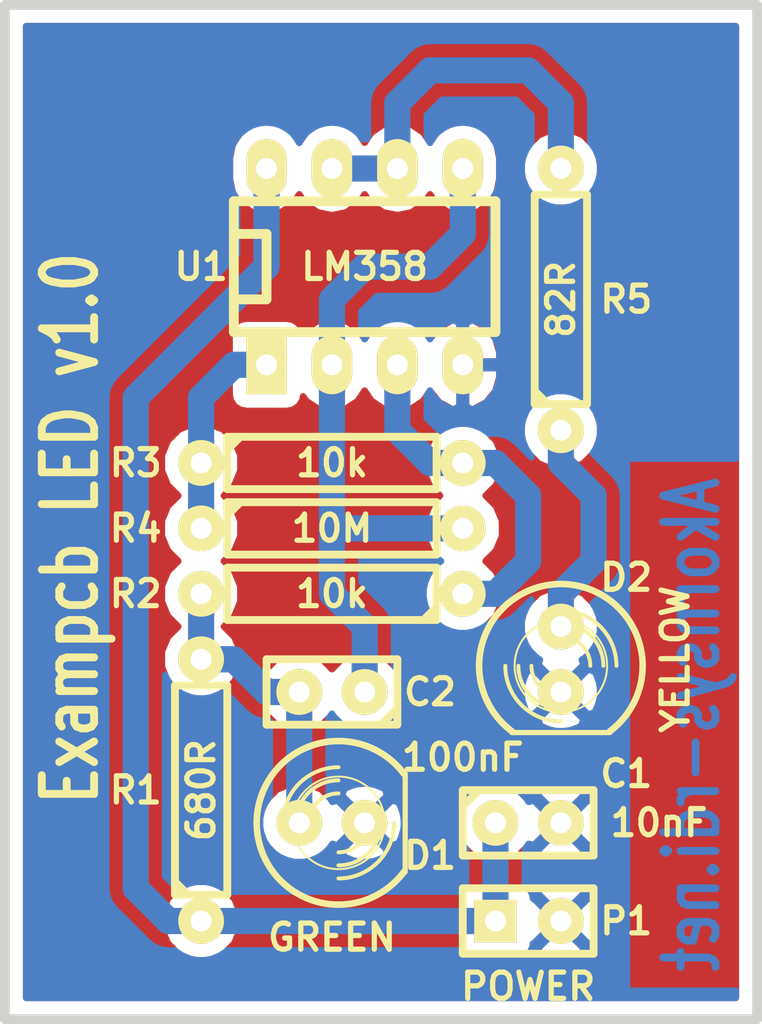
<source format=kicad_pcb>
(kicad_pcb (version 4) (host pcbnew 0.201412031631+5310~19~ubuntu14.04.1-product)

  (general
    (links 20)
    (no_connects 0)
    (area 130.619499 81.089499 160.210501 120.840501)
    (thickness 1.6002)
    (drawings 6)
    (tracks 46)
    (zones 0)
    (modules 11)
    (nets 9)
  )

  (page A4)
  (title_block
    (date "13 sep 2011")
  )

  (layers
    (0 Comp. signal)
    (31 Cobre signal)
    (32 B.Adhes user hide)
    (33 F.Adhes user hide)
    (34 B.Paste user hide)
    (35 F.Paste user hide)
    (36 B.SilkS user)
    (37 F.SilkS user)
    (38 B.Mask user)
    (39 F.Mask user)
    (40 Dwgs.User user hide)
    (41 Cmts.User user hide)
    (42 Eco1.User user hide)
    (43 Eco2.User user hide)
    (44 Edge.Cuts user)
  )

  (setup
    (last_trace_width 0.2032)
    (trace_clearance 0.254)
    (zone_clearance 0.508)
    (zone_45_only no)
    (trace_min 0.2032)
    (segment_width 0.381)
    (edge_width 0.381)
    (via_size 0.889)
    (via_drill 0.635)
    (via_min_size 0.889)
    (via_min_drill 0.508)
    (uvia_size 0.508)
    (uvia_drill 0.127)
    (uvias_allowed no)
    (uvia_min_size 0.508)
    (uvia_min_drill 0.127)
    (pcb_text_width 0.3048)
    (pcb_text_size 1.524 2.032)
    (mod_edge_width 0.381)
    (mod_text_size 1.524 1.524)
    (mod_text_width 0.3048)
    (pad_size 1.778 1.778)
    (pad_drill 0.8128)
    (pad_to_mask_clearance 0.254)
    (aux_axis_origin 0 0)
    (visible_elements FFFFFFFF)
    (pcbplotparams
      (layerselection 0x00000_00000000)
      (usegerberextensions false)
      (excludeedgelayer true)
      (linewidth 0.100000)
      (plotframeref false)
      (viasonmask false)
      (mode 1)
      (useauxorigin false)
      (hpglpennumber 1)
      (hpglpenspeed 20)
      (hpglpendiameter 15)
      (hpglpenoverlay 2)
      (psnegative false)
      (psa4output false)
      (plotreference false)
      (plotvalue false)
      (plotinvisibletext false)
      (padsonsilk false)
      (subtractmaskfromsilk false)
      (outputformat 1)
      (mirror false)
      (drillshape 0)
      (scaleselection 1)
      (outputdirectory /home/kwendenarmo/git-repos/akornsys-rdi/exampcb-led/brd/out/))
  )

  (net 0 "")
  (net 1 GND)
  (net 2 N-000001)
  (net 3 N-000003)
  (net 4 N-000004)
  (net 5 N-000005)
  (net 6 N-000006)
  (net 7 N-000007)
  (net 8 VCC)

  (net_class Default "This is the default net class."
    (clearance 0.254)
    (trace_width 0.2032)
    (via_dia 0.889)
    (via_drill 0.635)
    (uvia_dia 0.508)
    (uvia_drill 0.127)
    (add_net GND)
    (add_net N-000001)
    (add_net N-000003)
    (add_net N-000004)
    (add_net N-000005)
    (add_net N-000006)
    (add_net N-000007)
    (add_net VCC)
  )

  (module C1 (layer Comp.) (tedit 5482207B) (tstamp 4E6F6825)
    (at 143.51 107.95 180)
    (descr "Condensateur e = 1 pas")
    (tags C)
    (path /4E6F6825)
    (fp_text reference C2 (at -3.81 0 180) (layer F.SilkS)
      (effects (font (size 1.016 1.016) (thickness 0.2032)))
    )
    (fp_text value 100nF (at -5.08 -2.54 180) (layer F.SilkS)
      (effects (font (size 1.016 1.016) (thickness 0.2032)))
    )
    (fp_line (start -2.4892 -1.27) (end 2.54 -1.27) (layer F.SilkS) (width 0.3048))
    (fp_line (start 2.54 -1.27) (end 2.54 1.27) (layer F.SilkS) (width 0.3048))
    (fp_line (start 2.54 1.27) (end -2.54 1.27) (layer F.SilkS) (width 0.3048))
    (fp_line (start -2.54 1.27) (end -2.54 -1.27) (layer F.SilkS) (width 0.3048))
    (fp_line (start -2.54 -0.635) (end -1.905 -1.27) (layer F.SilkS) (width 0.3048))
    (pad 1 thru_hole circle (at -1.27 0 180) (size 1.778 1.778) (drill 0.8128) (layers *.Cu *.Mask F.SilkS)
      (net 7 N-000007))
    (pad 2 thru_hole circle (at 1.27 0 180) (size 1.778 1.778) (drill 0.8128) (layers *.Cu *.Mask F.SilkS)
      (net 3 N-000003))
    (model discret/capa_1_pas.wrl
      (at (xyz 0 0 0))
      (scale (xyz 1 1 1))
      (rotate (xyz 0 0 0))
    )
  )

  (module C1 (layer Comp.) (tedit 5482207E) (tstamp 4E6F6828)
    (at 151.13 113.03)
    (descr "Condensateur e = 1 pas")
    (tags C)
    (path /4E6F6828)
    (fp_text reference C1 (at 3.81 -1.905) (layer F.SilkS)
      (effects (font (size 1.016 1.016) (thickness 0.2032)))
    )
    (fp_text value 10nF (at 5.08 0) (layer F.SilkS)
      (effects (font (size 1.016 1.016) (thickness 0.2032)))
    )
    (fp_line (start -2.4892 -1.27) (end 2.54 -1.27) (layer F.SilkS) (width 0.3048))
    (fp_line (start 2.54 -1.27) (end 2.54 1.27) (layer F.SilkS) (width 0.3048))
    (fp_line (start 2.54 1.27) (end -2.54 1.27) (layer F.SilkS) (width 0.3048))
    (fp_line (start -2.54 1.27) (end -2.54 -1.27) (layer F.SilkS) (width 0.3048))
    (fp_line (start -2.54 -0.635) (end -1.905 -1.27) (layer F.SilkS) (width 0.3048))
    (pad 1 thru_hole circle (at -1.27 0) (size 1.778 1.778) (drill 0.8128) (layers *.Cu *.Mask F.SilkS)
      (net 8 VCC))
    (pad 2 thru_hole circle (at 1.27 0) (size 1.778 1.778) (drill 0.8128) (layers *.Cu *.Mask F.SilkS)
      (net 1 GND))
    (model discret/capa_1_pas.wrl
      (at (xyz 0 0 0))
      (scale (xyz 1 1 1))
      (rotate (xyz 0 0 0))
    )
  )

  (module DIP-8__300_ELL (layer Comp.) (tedit 548222B6) (tstamp 4E6F6887)
    (at 144.78 91.44)
    (descr "8 pins DIL package, elliptical pads")
    (tags DIL)
    (path /4E6F6887)
    (fp_text reference U1 (at -6.35 0) (layer F.SilkS)
      (effects (font (size 1.016 1.016) (thickness 0.2032)))
    )
    (fp_text value LM358 (at 0 0) (layer F.SilkS)
      (effects (font (size 1.016 1.016) (thickness 0.2032)))
    )
    (fp_line (start -5.08 -1.27) (end -3.81 -1.27) (layer F.SilkS) (width 0.381))
    (fp_line (start -3.81 -1.27) (end -3.81 1.27) (layer F.SilkS) (width 0.381))
    (fp_line (start -3.81 1.27) (end -5.08 1.27) (layer F.SilkS) (width 0.381))
    (fp_line (start -5.08 -2.54) (end 5.08 -2.54) (layer F.SilkS) (width 0.381))
    (fp_line (start 5.08 -2.54) (end 5.08 2.54) (layer F.SilkS) (width 0.381))
    (fp_line (start 5.08 2.54) (end -5.08 2.54) (layer F.SilkS) (width 0.381))
    (fp_line (start -5.08 2.54) (end -5.08 -2.54) (layer F.SilkS) (width 0.381))
    (pad 1 thru_hole rect (at -3.81 3.81) (size 1.5748 2.286) (drill 0.8128) (layers *.Cu *.Mask F.SilkS)
      (net 6 N-000006))
    (pad 2 thru_hole oval (at -1.27 3.81) (size 1.5748 2.286) (drill 0.8128) (layers *.Cu *.Mask F.SilkS)
      (net 7 N-000007))
    (pad 3 thru_hole oval (at 1.27 3.81) (size 1.5748 2.286) (drill 0.8128) (layers *.Cu *.Mask F.SilkS)
      (net 4 N-000004))
    (pad 4 thru_hole oval (at 3.81 3.81) (size 1.5748 2.286) (drill 0.8128) (layers *.Cu *.Mask F.SilkS)
      (net 1 GND))
    (pad 5 thru_hole oval (at 3.81 -3.81) (size 1.5748 2.286) (drill 0.8128) (layers *.Cu *.Mask F.SilkS)
      (net 7 N-000007) (solder_mask_margin 0.254))
    (pad 6 thru_hole oval (at 1.27 -3.81) (size 1.5748 2.286) (drill 0.8128) (layers *.Cu *.Mask F.SilkS)
      (net 2 N-000001))
    (pad 7 thru_hole oval (at -1.27 -3.81) (size 1.5748 2.286) (drill 0.8128) (layers *.Cu *.Mask F.SilkS)
      (net 2 N-000001))
    (pad 8 thru_hole oval (at -3.81 -3.81) (size 1.5748 2.286) (drill 0.8128) (layers *.Cu *.Mask F.SilkS)
      (net 8 VCC))
    (model dil/dil_8.wrl
      (at (xyz 0 0 0))
      (scale (xyz 1 1 1))
      (rotate (xyz 0 0 0))
    )
  )

  (module LED-5MM (layer Comp.) (tedit 54822079) (tstamp 4E6F6841)
    (at 152.4 106.68 270)
    (descr "LED 5mm - Lead pitch 100mil (2,54mm)")
    (tags "LED led 5mm 5MM 100mil 2,54mm")
    (path /4E6F6841)
    (attr virtual)
    (fp_text reference D2 (at -3.175 -2.54 360) (layer F.SilkS)
      (effects (font (size 1.016 1.016) (thickness 0.2032)))
    )
    (fp_text value YELLOW (at 0 -4.445 270) (layer F.SilkS)
      (effects (font (size 1.016 1.016) (thickness 0.2032)))
    )
    (fp_line (start 2.8448 1.905) (end 2.8448 -1.905) (layer F.SilkS) (width 0.2032))
    (fp_circle (center 0.254 0) (end -1.016 1.27) (layer F.SilkS) (width 0.0762))
    (fp_arc (start 0.254 0) (end 2.794 1.905) (angle 286.2) (layer F.SilkS) (width 0.254))
    (fp_arc (start 0.254 0) (end -0.889 0) (angle 90) (layer F.SilkS) (width 0.1524))
    (fp_arc (start 0.254 0) (end 1.397 0) (angle 90) (layer F.SilkS) (width 0.1524))
    (fp_arc (start 0.254 0) (end -1.397 0) (angle 90) (layer F.SilkS) (width 0.1524))
    (fp_arc (start 0.254 0) (end 1.905 0) (angle 90) (layer F.SilkS) (width 0.1524))
    (fp_arc (start 0.254 0) (end -1.905 0) (angle 90) (layer F.SilkS) (width 0.1524))
    (fp_arc (start 0.254 0) (end 2.413 0) (angle 90) (layer F.SilkS) (width 0.1524))
    (pad 1 thru_hole circle (at -1.27 0 270) (size 1.778 1.778) (drill 0.8128) (layers *.Cu *.Mask F.SilkS)
      (net 5 N-000005))
    (pad 2 thru_hole circle (at 1.27 0 270) (size 1.778 1.778) (drill 0.8128) (layers *.Cu *.Mask F.SilkS)
      (net 1 GND))
    (model discret/leds/led5_vertical_verde.wrl
      (at (xyz 0 0 0))
      (scale (xyz 1 1 1))
      (rotate (xyz 0 0 0))
    )
  )

  (module LED-5MM (layer Comp.) (tedit 54822083) (tstamp 4E6F683D)
    (at 143.51 113.03)
    (descr "LED 5mm - Lead pitch 100mil (2,54mm)")
    (tags "LED led 5mm 5MM 100mil 2,54mm")
    (path /4E6F683D)
    (attr virtual)
    (fp_text reference D1 (at 3.81 1.27) (layer F.SilkS)
      (effects (font (size 1.016 1.016) (thickness 0.2032)))
    )
    (fp_text value GREEN (at 0 4.445) (layer F.SilkS)
      (effects (font (size 1.016 1.016) (thickness 0.2032)))
    )
    (fp_line (start 2.8448 1.905) (end 2.8448 -1.905) (layer F.SilkS) (width 0.2032))
    (fp_circle (center 0.254 0) (end -1.016 1.27) (layer F.SilkS) (width 0.0762))
    (fp_arc (start 0.254 0) (end 2.794 1.905) (angle 286.2) (layer F.SilkS) (width 0.254))
    (fp_arc (start 0.254 0) (end -0.889 0) (angle 90) (layer F.SilkS) (width 0.1524))
    (fp_arc (start 0.254 0) (end 1.397 0) (angle 90) (layer F.SilkS) (width 0.1524))
    (fp_arc (start 0.254 0) (end -1.397 0) (angle 90) (layer F.SilkS) (width 0.1524))
    (fp_arc (start 0.254 0) (end 1.905 0) (angle 90) (layer F.SilkS) (width 0.1524))
    (fp_arc (start 0.254 0) (end -1.905 0) (angle 90) (layer F.SilkS) (width 0.1524))
    (fp_arc (start 0.254 0) (end 2.413 0) (angle 90) (layer F.SilkS) (width 0.1524))
    (pad 1 thru_hole circle (at -1.27 0) (size 1.778 1.778) (drill 0.8128) (layers *.Cu *.Mask F.SilkS)
      (net 3 N-000003))
    (pad 2 thru_hole circle (at 1.27 0) (size 1.778 1.778) (drill 0.8128) (layers *.Cu *.Mask F.SilkS)
      (net 1 GND))
    (model discret/leds/led5_vertical_verde.wrl
      (at (xyz 0 0 0))
      (scale (xyz 1 1 1))
      (rotate (xyz 0 0 0))
    )
  )

  (module R4 (layer Comp.) (tedit 54822CF2) (tstamp 4E6F681C)
    (at 152.4 92.71 90)
    (descr "Resitance 4 pas")
    (tags R)
    (path /4E6F681C)
    (autoplace_cost180 10)
    (fp_text reference R5 (at 0 2.54 180) (layer F.SilkS)
      (effects (font (size 1.016 1.016) (thickness 0.2032)))
    )
    (fp_text value 82R (at 0 0 90) (layer F.SilkS)
      (effects (font (size 1.016 1.016) (thickness 0.2032)))
    )
    (fp_line (start -5.08 0) (end -4.064 0) (layer F.SilkS) (width 0.3048))
    (fp_line (start -4.064 0) (end -4.064 -1.016) (layer F.SilkS) (width 0.3048))
    (fp_line (start -4.064 -1.016) (end 4.064 -1.016) (layer F.SilkS) (width 0.3048))
    (fp_line (start 4.064 -1.016) (end 4.064 1.016) (layer F.SilkS) (width 0.3048))
    (fp_line (start 4.064 1.016) (end -4.064 1.016) (layer F.SilkS) (width 0.3048))
    (fp_line (start -4.064 1.016) (end -4.064 0) (layer F.SilkS) (width 0.3048))
    (fp_line (start -4.064 -0.508) (end -3.556 -1.016) (layer F.SilkS) (width 0.3048))
    (fp_line (start 5.08 0) (end 4.064 0) (layer F.SilkS) (width 0.3048))
    (pad 1 thru_hole circle (at -5.08 0 90) (size 1.778 1.778) (drill 0.8128) (layers *.Cu *.Mask F.SilkS)
      (net 5 N-000005))
    (pad 2 thru_hole circle (at 5.08 0 90) (size 1.778 1.778) (drill 0.8128) (layers *.Cu *.Mask F.SilkS)
      (net 2 N-000001))
    (model discret/resistor.wrl
      (at (xyz 0 0 0))
      (scale (xyz 0.4 0.4 0.4))
      (rotate (xyz 0 0 0))
    )
  )

  (module R4 (layer Comp.) (tedit 54822073) (tstamp 4E6F6814)
    (at 143.51 101.6)
    (descr "Resitance 4 pas")
    (tags R)
    (path /4E6F6814)
    (autoplace_cost180 10)
    (fp_text reference R4 (at -7.62 0) (layer F.SilkS)
      (effects (font (size 1.016 1.016) (thickness 0.2032)))
    )
    (fp_text value 10M (at 0 0) (layer F.SilkS)
      (effects (font (size 1.016 1.016) (thickness 0.2032)))
    )
    (fp_line (start -5.08 0) (end -4.064 0) (layer F.SilkS) (width 0.3048))
    (fp_line (start -4.064 0) (end -4.064 -1.016) (layer F.SilkS) (width 0.3048))
    (fp_line (start -4.064 -1.016) (end 4.064 -1.016) (layer F.SilkS) (width 0.3048))
    (fp_line (start 4.064 -1.016) (end 4.064 1.016) (layer F.SilkS) (width 0.3048))
    (fp_line (start 4.064 1.016) (end -4.064 1.016) (layer F.SilkS) (width 0.3048))
    (fp_line (start -4.064 1.016) (end -4.064 0) (layer F.SilkS) (width 0.3048))
    (fp_line (start -4.064 -0.508) (end -3.556 -1.016) (layer F.SilkS) (width 0.3048))
    (fp_line (start 5.08 0) (end 4.064 0) (layer F.SilkS) (width 0.3048))
    (pad 1 thru_hole circle (at -5.08 0) (size 1.778 1.778) (drill 0.8128) (layers *.Cu *.Mask F.SilkS)
      (net 6 N-000006))
    (pad 2 thru_hole circle (at 5.08 0) (size 1.778 1.778) (drill 0.8128) (layers *.Cu *.Mask F.SilkS)
      (net 7 N-000007))
    (model discret/resistor.wrl
      (at (xyz 0 0 0))
      (scale (xyz 0.4 0.4 0.4))
      (rotate (xyz 0 0 0))
    )
  )

  (module R4 (layer Comp.) (tedit 54822070) (tstamp 4E6F6816)
    (at 143.51 99.06)
    (descr "Resitance 4 pas")
    (tags R)
    (path /4E6F6816)
    (autoplace_cost180 10)
    (fp_text reference R3 (at -7.62 0) (layer F.SilkS)
      (effects (font (size 1.016 1.016) (thickness 0.2032)))
    )
    (fp_text value 10k (at 0 0) (layer F.SilkS)
      (effects (font (size 1.016 1.016) (thickness 0.2032)))
    )
    (fp_line (start -5.08 0) (end -4.064 0) (layer F.SilkS) (width 0.3048))
    (fp_line (start -4.064 0) (end -4.064 -1.016) (layer F.SilkS) (width 0.3048))
    (fp_line (start -4.064 -1.016) (end 4.064 -1.016) (layer F.SilkS) (width 0.3048))
    (fp_line (start 4.064 -1.016) (end 4.064 1.016) (layer F.SilkS) (width 0.3048))
    (fp_line (start 4.064 1.016) (end -4.064 1.016) (layer F.SilkS) (width 0.3048))
    (fp_line (start -4.064 1.016) (end -4.064 0) (layer F.SilkS) (width 0.3048))
    (fp_line (start -4.064 -0.508) (end -3.556 -1.016) (layer F.SilkS) (width 0.3048))
    (fp_line (start 5.08 0) (end 4.064 0) (layer F.SilkS) (width 0.3048))
    (pad 1 thru_hole circle (at -5.08 0) (size 1.778 1.778) (drill 0.8128) (layers *.Cu *.Mask F.SilkS)
      (net 6 N-000006))
    (pad 2 thru_hole circle (at 5.08 0) (size 1.778 1.778) (drill 0.8128) (layers *.Cu *.Mask F.SilkS)
      (net 4 N-000004))
    (model discret/resistor.wrl
      (at (xyz 0 0 0))
      (scale (xyz 0.4 0.4 0.4))
      (rotate (xyz 0 0 0))
    )
  )

  (module R4 (layer Comp.) (tedit 54822076) (tstamp 4E6F680F)
    (at 143.51 104.14 180)
    (descr "Resitance 4 pas")
    (tags R)
    (path /4E6F680F)
    (autoplace_cost180 10)
    (fp_text reference R2 (at 7.62 0 180) (layer F.SilkS)
      (effects (font (size 1.016 1.016) (thickness 0.2032)))
    )
    (fp_text value 10k (at 0 0 180) (layer F.SilkS)
      (effects (font (size 1.016 1.016) (thickness 0.2032)))
    )
    (fp_line (start -5.08 0) (end -4.064 0) (layer F.SilkS) (width 0.3048))
    (fp_line (start -4.064 0) (end -4.064 -1.016) (layer F.SilkS) (width 0.3048))
    (fp_line (start -4.064 -1.016) (end 4.064 -1.016) (layer F.SilkS) (width 0.3048))
    (fp_line (start 4.064 -1.016) (end 4.064 1.016) (layer F.SilkS) (width 0.3048))
    (fp_line (start 4.064 1.016) (end -4.064 1.016) (layer F.SilkS) (width 0.3048))
    (fp_line (start -4.064 1.016) (end -4.064 0) (layer F.SilkS) (width 0.3048))
    (fp_line (start -4.064 -0.508) (end -3.556 -1.016) (layer F.SilkS) (width 0.3048))
    (fp_line (start 5.08 0) (end 4.064 0) (layer F.SilkS) (width 0.3048))
    (pad 1 thru_hole circle (at -5.08 0 180) (size 1.778 1.778) (drill 0.8128) (layers *.Cu *.Mask F.SilkS)
      (net 4 N-000004))
    (pad 2 thru_hole circle (at 5.08 0 180) (size 1.778 1.778) (drill 0.8128) (layers *.Cu *.Mask F.SilkS)
      (net 3 N-000003))
    (model discret/resistor.wrl
      (at (xyz 0 0 0))
      (scale (xyz 0.4 0.4 0.4))
      (rotate (xyz 0 0 0))
    )
  )

  (module R4 (layer Comp.) (tedit 54822086) (tstamp 4E6F681A)
    (at 138.43 111.76 90)
    (descr "Resitance 4 pas")
    (tags R)
    (path /4E6F681A)
    (autoplace_cost180 10)
    (fp_text reference R1 (at 0 -2.54 180) (layer F.SilkS)
      (effects (font (size 1.016 1.016) (thickness 0.2032)))
    )
    (fp_text value 680R (at 0 0 90) (layer F.SilkS)
      (effects (font (size 1.016 1.016) (thickness 0.2032)))
    )
    (fp_line (start -5.08 0) (end -4.064 0) (layer F.SilkS) (width 0.3048))
    (fp_line (start -4.064 0) (end -4.064 -1.016) (layer F.SilkS) (width 0.3048))
    (fp_line (start -4.064 -1.016) (end 4.064 -1.016) (layer F.SilkS) (width 0.3048))
    (fp_line (start 4.064 -1.016) (end 4.064 1.016) (layer F.SilkS) (width 0.3048))
    (fp_line (start 4.064 1.016) (end -4.064 1.016) (layer F.SilkS) (width 0.3048))
    (fp_line (start -4.064 1.016) (end -4.064 0) (layer F.SilkS) (width 0.3048))
    (fp_line (start -4.064 -0.508) (end -3.556 -1.016) (layer F.SilkS) (width 0.3048))
    (fp_line (start 5.08 0) (end 4.064 0) (layer F.SilkS) (width 0.3048))
    (pad 1 thru_hole circle (at -5.08 0 90) (size 1.778 1.778) (drill 0.8128) (layers *.Cu *.Mask F.SilkS)
      (net 8 VCC))
    (pad 2 thru_hole circle (at 5.08 0 90) (size 1.778 1.778) (drill 0.8128) (layers *.Cu *.Mask F.SilkS)
      (net 3 N-000003))
    (model discret/resistor.wrl
      (at (xyz 0 0 0))
      (scale (xyz 0.4 0.4 0.4))
      (rotate (xyz 0 0 0))
    )
  )

  (module SIL-2 (layer Comp.) (tedit 54822081) (tstamp 4E6F6831)
    (at 151.13 116.84)
    (descr "Connecteurs 2 pins")
    (tags "CONN DEV")
    (path /4E6F6831)
    (fp_text reference P1 (at 3.81 0) (layer F.SilkS)
      (effects (font (size 1.016 1.016) (thickness 0.2032)))
    )
    (fp_text value POWER (at 0 2.54) (layer F.SilkS)
      (effects (font (size 1.016 1.016) (thickness 0.2032)))
    )
    (fp_line (start -2.54 1.27) (end -2.54 -1.27) (layer F.SilkS) (width 0.3048))
    (fp_line (start -2.54 -1.27) (end 2.54 -1.27) (layer F.SilkS) (width 0.3048))
    (fp_line (start 2.54 -1.27) (end 2.54 1.27) (layer F.SilkS) (width 0.3048))
    (fp_line (start 2.54 1.27) (end -2.54 1.27) (layer F.SilkS) (width 0.3048))
    (pad 1 thru_hole rect (at -1.27 0) (size 1.651 1.651) (drill 0.8128) (layers *.Cu *.Mask F.SilkS)
      (net 8 VCC))
    (pad 2 thru_hole circle (at 1.27 0) (size 1.778 1.778) (drill 0.8128) (layers *.Cu *.Mask F.SilkS)
      (net 1 GND))
  )

  (gr_text "Exampcb LED v1.0" (at 133.35 101.6 90) (layer F.SilkS)
    (effects (font (size 2.032 1.524) (thickness 0.3048)))
  )
  (gr_line (start 130.81 81.28) (end 160.02 81.28) (angle 90) (layer Edge.Cuts) (width 0.381))
  (gr_line (start 130.81 120.65) (end 160.02 120.65) (angle 90) (layer Edge.Cuts) (width 0.381))
  (gr_text Akornsys-rdi.net (at 157.48 109.22 90) (layer Cobre)
    (effects (font (size 2.032 1.524) (thickness 0.3048)) (justify mirror))
  )
  (gr_line (start 130.81 120.65) (end 130.81 81.28) (angle 90) (layer Edge.Cuts) (width 0.381))
  (gr_line (start 160.02 81.28) (end 160.02 120.65) (angle 90) (layer Edge.Cuts) (width 0.381))

  (segment (start 152.4 85.09) (end 152.4 87.63) (width 1.016) (layer Cobre) (net 2) (status 400))
  (segment (start 146.05 87.63) (end 146.05 85.09) (width 1.016) (layer Cobre) (net 2) (status 800))
  (segment (start 147.32 83.82) (end 151.13 83.82) (width 1.016) (layer Cobre) (net 2))
  (segment (start 146.05 85.09) (end 147.32 83.82) (width 1.016) (layer Cobre) (net 2))
  (segment (start 143.51 87.63) (end 146.05 87.63) (width 1.016) (layer Cobre) (net 2) (status C00))
  (segment (start 151.13 83.82) (end 152.4 85.09) (width 1.016) (layer Cobre) (net 2))
  (segment (start 140.97 107.95) (end 139.7 106.68) (width 1.016) (layer Cobre) (net 3))
  (segment (start 142.24 113.03) (end 142.24 107.95) (width 1.016) (layer Cobre) (net 3) (status C00))
  (segment (start 138.43 106.68) (end 139.7 106.68) (width 1.016) (layer Cobre) (net 3) (status 800))
  (segment (start 139.7 106.68) (end 138.43 106.68) (width 1.016) (layer Cobre) (net 3) (status 400))
  (segment (start 142.24 107.95) (end 140.97 107.95) (width 1.016) (layer Cobre) (net 3) (status 800))
  (segment (start 138.43 104.14) (end 138.43 106.68) (width 1.016) (layer Cobre) (net 3) (status C00))
  (segment (start 149.86 104.14) (end 148.59 104.14) (width 1.016) (layer Cobre) (net 4) (status 400))
  (segment (start 151.13 100.33) (end 151.13 102.87) (width 1.016) (layer Cobre) (net 4))
  (segment (start 149.86 99.06) (end 151.13 100.33) (width 1.016) (layer Cobre) (net 4))
  (segment (start 148.59 99.06) (end 149.86 99.06) (width 1.016) (layer Cobre) (net 4) (status 800))
  (segment (start 146.05 97.79) (end 147.32 99.06) (width 1.016) (layer Cobre) (net 4))
  (segment (start 147.32 99.06) (end 148.59 99.06) (width 1.016) (layer Cobre) (net 4) (status 400))
  (segment (start 146.05 95.25) (end 146.05 97.79) (width 1.016) (layer Cobre) (net 4) (status 800))
  (segment (start 151.13 102.87) (end 149.86 104.14) (width 1.016) (layer Cobre) (net 4))
  (segment (start 152.4 105.41) (end 152.4 104.14) (width 1.016) (layer Cobre) (net 5) (status 800))
  (segment (start 152.4 99.06) (end 152.4 97.79) (width 1.016) (layer Cobre) (net 5) (status 400))
  (segment (start 153.67 100.33) (end 152.4 99.06) (width 1.016) (layer Cobre) (net 5))
  (segment (start 153.67 102.87) (end 153.67 100.33) (width 1.016) (layer Cobre) (net 5))
  (segment (start 152.4 104.14) (end 153.67 102.87) (width 1.016) (layer Cobre) (net 5))
  (segment (start 140.97 95.25) (end 139.7 95.25) (width 1.016) (layer Cobre) (net 6) (status 800))
  (segment (start 138.43 96.52) (end 138.43 99.06) (width 1.016) (layer Cobre) (net 6) (status 400))
  (segment (start 139.7 95.25) (end 138.43 96.52) (width 1.016) (layer Cobre) (net 6))
  (segment (start 138.43 101.6) (end 138.43 99.06) (width 1.016) (layer Cobre) (net 6) (status C00))
  (segment (start 144.78 91.44) (end 147.32 91.44) (width 1.016) (layer Cobre) (net 7))
  (segment (start 143.51 104.14) (end 143.51 101.6) (width 1.016) (layer Cobre) (net 7))
  (segment (start 144.78 105.41) (end 143.51 104.14) (width 1.016) (layer Cobre) (net 7))
  (segment (start 148.59 101.6) (end 143.51 101.6) (width 1.016) (layer Cobre) (net 7) (status 800))
  (segment (start 143.51 101.6) (end 143.51 95.25) (width 1.016) (layer Cobre) (net 7) (status 400))
  (segment (start 143.51 95.25) (end 143.51 92.71) (width 1.016) (layer Cobre) (net 7) (status 800))
  (segment (start 148.59 90.17) (end 148.59 87.63) (width 1.016) (layer Cobre) (net 7) (status 400))
  (segment (start 143.51 92.71) (end 144.78 91.44) (width 1.016) (layer Cobre) (net 7))
  (segment (start 144.78 107.95) (end 144.78 105.41) (width 1.016) (layer Cobre) (net 7) (status 800))
  (segment (start 147.32 91.44) (end 148.59 90.17) (width 1.016) (layer Cobre) (net 7))
  (segment (start 135.89 96.52) (end 140.97 91.44) (width 1.016) (layer Cobre) (net 8))
  (segment (start 135.89 115.57) (end 135.89 96.52) (width 1.016) (layer Cobre) (net 8))
  (segment (start 137.16 116.84) (end 135.89 115.57) (width 1.016) (layer Cobre) (net 8))
  (segment (start 138.43 116.84) (end 149.86 116.84) (width 1.016) (layer Cobre) (net 8) (status C00))
  (segment (start 149.86 116.84) (end 149.86 113.03) (width 1.016) (layer Cobre) (net 8) (status C00))
  (segment (start 138.43 116.84) (end 137.16 116.84) (width 1.016) (layer Cobre) (net 8) (status 800))
  (segment (start 140.97 91.44) (end 140.97 87.63) (width 1.016) (layer Cobre) (net 8) (status 400))

  (zone (net 1) (net_name GND) (layer Cobre) (tstamp 54821F65) (hatch edge 0.508)
    (connect_pads (clearance 0.508))
    (min_thickness 0.254)
    (fill yes (arc_segments 32) (thermal_gap 0.508) (thermal_bridge_width 0.508))
    (polygon
      (pts
        (xy 160.02 81.28) (xy 130.81 81.28) (xy 130.81 120.65) (xy 160.02 120.65)
      )
    )
    (filled_polygon
      (pts
        (xy 159.1945 119.8245) (xy 154.813 119.8245) (xy 154.813 102.87) (xy 154.813 100.33) (xy 154.802694 100.224894)
        (xy 154.793495 100.119743) (xy 154.791818 100.113972) (xy 154.791232 100.10799) (xy 154.760727 100.006954) (xy 154.73126 99.905526)
        (xy 154.728491 99.900184) (xy 154.726756 99.894437) (xy 154.677206 99.801247) (xy 154.6286 99.707477) (xy 154.624851 99.702781)
        (xy 154.622029 99.697473) (xy 154.555305 99.615661) (xy 154.489429 99.53314) (xy 154.481177 99.524773) (xy 154.481039 99.524603)
        (xy 154.480881 99.524472) (xy 154.478223 99.521777) (xy 153.636937 98.680491) (xy 153.731522 98.54641) (xy 153.853084 98.273377)
        (xy 153.919299 97.981932) (xy 153.924065 97.640564) (xy 153.866014 97.347384) (xy 153.752123 97.071063) (xy 153.58673 96.822127)
        (xy 153.376135 96.610056) (xy 153.128359 96.442929) (xy 152.85284 96.327112) (xy 152.560072 96.267015) (xy 152.261208 96.264929)
        (xy 151.96763 96.320932) (xy 151.69052 96.432891) (xy 151.440435 96.596542) (xy 151.226899 96.805652) (xy 151.058047 97.052255)
        (xy 150.940309 97.326959) (xy 150.87817 97.619299) (xy 150.873997 97.918142) (xy 150.927949 98.212104) (xy 151.037971 98.489988)
        (xy 151.199872 98.74121) (xy 151.257 98.800367) (xy 151.257 98.840554) (xy 150.668223 98.251777) (xy 150.586606 98.184736)
        (xy 150.505757 98.116895) (xy 150.500492 98.114001) (xy 150.495846 98.110184) (xy 150.402791 98.060288) (xy 150.310276 98.009428)
        (xy 150.304544 98.007609) (xy 150.29925 98.004771) (xy 150.198321 97.973913) (xy 150.097643 97.941977) (xy 150.091668 97.941306)
        (xy 150.085922 97.93955) (xy 150.0124 97.932081) (xy 150.0124 95.7326) (xy 150.0124 95.377) (xy 150.0124 95.123)
        (xy 150.0124 94.7674) (xy 149.960293 94.492344) (xy 149.855526 94.232738) (xy 149.702125 93.99856) (xy 149.505986 93.798808)
        (xy 149.274646 93.641159) (xy 149.016996 93.531672) (xy 148.93706 93.51499) (xy 148.717 93.637148) (xy 148.717 95.123)
        (xy 150.0124 95.123) (xy 150.0124 95.377) (xy 148.717 95.377) (xy 148.717 96.862852) (xy 148.93706 96.98501)
        (xy 149.016996 96.968328) (xy 149.274646 96.858841) (xy 149.505986 96.701192) (xy 149.702125 96.50144) (xy 149.855526 96.267262)
        (xy 149.960293 96.007656) (xy 150.0124 95.7326) (xy 150.0124 97.932081) (xy 149.980921 97.928884) (xy 149.875959 97.917111)
        (xy 149.864208 97.917029) (xy 149.863989 97.917007) (xy 149.863784 97.917026) (xy 149.86 97.917) (xy 149.602821 97.917)
        (xy 149.566135 97.880056) (xy 149.318359 97.712929) (xy 149.04284 97.597112) (xy 148.750072 97.537015) (xy 148.451208 97.534929)
        (xy 148.15763 97.590932) (xy 147.88052 97.702891) (xy 147.698468 97.822022) (xy 147.193 97.316554) (xy 147.193 96.454328)
        (xy 147.223641 96.417812) (xy 147.316825 96.24831) (xy 147.324474 96.267262) (xy 147.477875 96.50144) (xy 147.674014 96.701192)
        (xy 147.905354 96.858841) (xy 148.163004 96.968328) (xy 148.24294 96.98501) (xy 148.463 96.862852) (xy 148.463 95.377)
        (xy 148.443 95.377) (xy 148.443 95.123) (xy 148.463 95.123) (xy 148.463 93.637148) (xy 148.24294 93.51499)
        (xy 148.163004 93.531672) (xy 147.905354 93.641159) (xy 147.674014 93.798808) (xy 147.477875 93.99856) (xy 147.324474 94.232738)
        (xy 147.31652 94.252446) (xy 147.234747 94.098653) (xy 147.059293 93.883525) (xy 146.845396 93.706574) (xy 146.601202 93.574539)
        (xy 146.336013 93.492449) (xy 146.05993 93.463432) (xy 145.783469 93.488592) (xy 145.51716 93.566971) (xy 145.271146 93.695583)
        (xy 145.054799 93.869531) (xy 144.876359 94.082188) (xy 144.779587 94.258214) (xy 144.694747 94.098653) (xy 144.653 94.047466)
        (xy 144.653 93.183446) (xy 145.253446 92.583) (xy 147.32 92.583) (xy 147.425105 92.572694) (xy 147.530257 92.563495)
        (xy 147.536027 92.561818) (xy 147.54201 92.561232) (xy 147.643058 92.530723) (xy 147.744473 92.50126) (xy 147.749812 92.498492)
        (xy 147.755563 92.496756) (xy 147.848731 92.447217) (xy 147.942523 92.398601) (xy 147.947222 92.394849) (xy 147.952527 92.392029)
        (xy 148.03431 92.325327) (xy 148.11686 92.259429) (xy 148.125226 92.251177) (xy 148.125397 92.251039) (xy 148.125527 92.250881)
        (xy 148.128223 92.248223) (xy 149.398223 90.978223) (xy 149.465241 90.896633) (xy 149.533105 90.815757) (xy 149.536 90.810489)
        (xy 149.539815 90.805846) (xy 149.589689 90.71283) (xy 149.640572 90.620276) (xy 149.64239 90.614544) (xy 149.645229 90.60925)
        (xy 149.676086 90.508321) (xy 149.708023 90.407643) (xy 149.708693 90.401668) (xy 149.71045 90.395922) (xy 149.721116 90.290916)
        (xy 149.732889 90.185959) (xy 149.73297 90.174209) (xy 149.732993 90.17399) (xy 149.732973 90.173785) (xy 149.733 90.17)
        (xy 149.733 88.834328) (xy 149.763641 88.797812) (xy 149.897378 88.554546) (xy 149.981317 88.289937) (xy 150.012261 88.014063)
        (xy 150.0124 87.994203) (xy 150.0124 87.265797) (xy 149.985311 86.989518) (xy 149.905074 86.723762) (xy 149.774747 86.478653)
        (xy 149.599293 86.263525) (xy 149.385396 86.086574) (xy 149.141202 85.954539) (xy 148.876013 85.872449) (xy 148.59993 85.843432)
        (xy 148.323469 85.868592) (xy 148.05716 85.946971) (xy 147.811146 86.075583) (xy 147.594799 86.249531) (xy 147.416359 86.462188)
        (xy 147.319587 86.638214) (xy 147.234747 86.478653) (xy 147.193 86.427466) (xy 147.193 85.563446) (xy 147.793446 84.963)
        (xy 150.656554 84.963) (xy 151.257 85.563446) (xy 151.257 86.616174) (xy 151.226899 86.645652) (xy 151.058047 86.892255)
        (xy 150.940309 87.166959) (xy 150.87817 87.459299) (xy 150.873997 87.758142) (xy 150.927949 88.052104) (xy 151.037971 88.329988)
        (xy 151.199872 88.58121) (xy 151.407486 88.7962) (xy 151.652904 88.96677) (xy 151.926779 89.086423) (xy 152.218679 89.150602)
        (xy 152.517486 89.156861) (xy 152.811817 89.104962) (xy 153.090462 88.996883) (xy 153.342808 88.836739) (xy 153.559243 88.630631)
        (xy 153.731522 88.38641) (xy 153.853084 88.113377) (xy 153.919299 87.821932) (xy 153.924065 87.480564) (xy 153.866014 87.187384)
        (xy 153.752123 86.911063) (xy 153.58673 86.662127) (xy 153.543 86.61809) (xy 153.543 85.09) (xy 153.532694 84.984894)
        (xy 153.523495 84.879743) (xy 153.521818 84.873972) (xy 153.521232 84.86799) (xy 153.490727 84.766954) (xy 153.46126 84.665526)
        (xy 153.458491 84.660184) (xy 153.456756 84.654437) (xy 153.407206 84.561247) (xy 153.3586 84.467477) (xy 153.354851 84.462781)
        (xy 153.352029 84.457473) (xy 153.285305 84.375661) (xy 153.219429 84.29314) (xy 153.211177 84.284773) (xy 153.211039 84.284603)
        (xy 153.210881 84.284472) (xy 153.208223 84.281777) (xy 151.938223 83.011777) (xy 151.856606 82.944736) (xy 151.775757 82.876895)
        (xy 151.770492 82.874001) (xy 151.765846 82.870184) (xy 151.672791 82.820288) (xy 151.580276 82.769428) (xy 151.574544 82.767609)
        (xy 151.56925 82.764771) (xy 151.468321 82.733913) (xy 151.367643 82.701977) (xy 151.361668 82.701306) (xy 151.355922 82.69955)
        (xy 151.250921 82.688884) (xy 151.145959 82.677111) (xy 151.134208 82.677029) (xy 151.133989 82.677007) (xy 151.133784 82.677026)
        (xy 151.13 82.677) (xy 147.32 82.677) (xy 147.214894 82.687305) (xy 147.109743 82.696505) (xy 147.103972 82.698181)
        (xy 147.09799 82.698768) (xy 146.996954 82.729272) (xy 146.895526 82.75874) (xy 146.890184 82.761508) (xy 146.884437 82.763244)
        (xy 146.791247 82.812793) (xy 146.697477 82.8614) (xy 146.692781 82.865148) (xy 146.687473 82.867971) (xy 146.605661 82.934694)
        (xy 146.52314 83.000571) (xy 146.514773 83.008822) (xy 146.514603 83.008961) (xy 146.514472 83.009118) (xy 146.511777 83.011777)
        (xy 145.241777 84.281777) (xy 145.174736 84.363393) (xy 145.106895 84.444243) (xy 145.104001 84.449507) (xy 145.100184 84.454154)
        (xy 145.050288 84.547208) (xy 144.999428 84.639724) (xy 144.997609 84.645455) (xy 144.994771 84.65075) (xy 144.963913 84.751678)
        (xy 144.931977 84.852357) (xy 144.931306 84.858331) (xy 144.92955 84.864078) (xy 144.918884 84.969078) (xy 144.907111 85.074041)
        (xy 144.907029 85.085791) (xy 144.907007 85.086011) (xy 144.907026 85.086215) (xy 144.907 85.09) (xy 144.907 86.425671)
        (xy 144.876359 86.462188) (xy 144.862718 86.487) (xy 144.699185 86.487) (xy 144.694747 86.478653) (xy 144.519293 86.263525)
        (xy 144.305396 86.086574) (xy 144.061202 85.954539) (xy 143.796013 85.872449) (xy 143.51993 85.843432) (xy 143.243469 85.868592)
        (xy 142.97716 85.946971) (xy 142.731146 86.075583) (xy 142.514799 86.249531) (xy 142.336359 86.462188) (xy 142.239587 86.638214)
        (xy 142.154747 86.478653) (xy 141.979293 86.263525) (xy 141.765396 86.086574) (xy 141.521202 85.954539) (xy 141.256013 85.872449)
        (xy 140.97993 85.843432) (xy 140.703469 85.868592) (xy 140.43716 85.946971) (xy 140.191146 86.075583) (xy 139.974799 86.249531)
        (xy 139.796359 86.462188) (xy 139.662622 86.705454) (xy 139.578683 86.970063) (xy 139.547739 87.245937) (xy 139.5476 87.265797)
        (xy 139.5476 87.994203) (xy 139.574689 88.270482) (xy 139.654926 88.536238) (xy 139.785253 88.781347) (xy 139.827 88.832533)
        (xy 139.827 90.966554) (xy 135.081777 95.711777) (xy 135.014736 95.793393) (xy 134.946895 95.874243) (xy 134.944001 95.879507)
        (xy 134.940184 95.884154) (xy 134.890288 95.977208) (xy 134.839428 96.069724) (xy 134.837609 96.075455) (xy 134.834771 96.08075)
        (xy 134.803913 96.181678) (xy 134.771977 96.282357) (xy 134.771306 96.288331) (xy 134.76955 96.294078) (xy 134.758884 96.399078)
        (xy 134.747111 96.504041) (xy 134.747029 96.515791) (xy 134.747007 96.516011) (xy 134.747026 96.516215) (xy 134.747 96.52)
        (xy 134.747 115.57) (xy 134.757305 115.675105) (xy 134.766505 115.780257) (xy 134.768181 115.786027) (xy 134.768768 115.79201)
        (xy 134.799276 115.893058) (xy 134.82874 115.994473) (xy 134.831507 115.999812) (xy 134.833244 116.005563) (xy 134.882782 116.098731)
        (xy 134.931399 116.192523) (xy 134.93515 116.197222) (xy 134.937971 116.202527) (xy 135.004672 116.28431) (xy 135.070571 116.36686)
        (xy 135.078822 116.375226) (xy 135.078961 116.375397) (xy 135.079118 116.375527) (xy 135.081777 116.378223) (xy 136.351777 117.648223)
        (xy 136.433366 117.715241) (xy 136.514243 117.783105) (xy 136.51951 117.786) (xy 136.524154 117.789815) (xy 136.617169 117.839689)
        (xy 136.709724 117.890572) (xy 136.715455 117.89239) (xy 136.72075 117.895229) (xy 136.821678 117.926086) (xy 136.922357 117.958023)
        (xy 136.928331 117.958693) (xy 136.934078 117.96045) (xy 137.039083 117.971116) (xy 137.144041 117.982889) (xy 137.15579 117.98297)
        (xy 137.15601 117.982993) (xy 137.156214 117.982973) (xy 137.16 117.983) (xy 137.415081 117.983) (xy 137.437486 118.0062)
        (xy 137.682904 118.17677) (xy 137.956779 118.296423) (xy 138.248679 118.360602) (xy 138.547486 118.366861) (xy 138.841817 118.314962)
        (xy 139.120462 118.206883) (xy 139.372808 118.046739) (xy 139.43974 117.983) (xy 148.487043 117.983) (xy 148.557174 118.088934)
        (xy 148.693708 118.204942) (xy 148.857111 118.278419) (xy 149.0345 118.303572) (xy 150.6855 118.303572) (xy 150.788543 118.295197)
        (xy 150.959541 118.241727) (xy 151.108934 118.142826) (xy 151.224942 118.006292) (xy 151.298419 117.842889) (xy 151.317533 117.708088)
        (xy 151.343769 117.716626) (xy 152.220395 116.84) (xy 151.343769 115.963374) (xy 151.320044 115.971094) (xy 151.315197 115.911457)
        (xy 151.261727 115.740459) (xy 151.162826 115.591066) (xy 151.026292 115.475058) (xy 151.003 115.464584) (xy 151.003 114.046098)
        (xy 151.019243 114.030631) (xy 151.150977 113.843885) (xy 151.343769 113.906626) (xy 152.220395 113.03) (xy 151.343769 112.153374)
        (xy 151.149383 112.216633) (xy 151.04673 112.062127) (xy 150.836135 111.850056) (xy 150.588359 111.682929) (xy 150.31284 111.567112)
        (xy 150.020072 111.507015) (xy 149.721208 111.504929) (xy 149.42763 111.560932) (xy 149.15052 111.672891) (xy 148.900435 111.836542)
        (xy 148.686899 112.045652) (xy 148.518047 112.292255) (xy 148.400309 112.566959) (xy 148.33817 112.859299) (xy 148.333997 113.158142)
        (xy 148.387949 113.452104) (xy 148.497971 113.729988) (xy 148.659872 113.98121) (xy 148.717 114.040367) (xy 148.717 115.467043)
        (xy 148.611066 115.537174) (xy 148.495058 115.673708) (xy 148.484584 115.697) (xy 146.309908 115.697) (xy 146.309908 112.963012)
        (xy 146.267443 112.665829) (xy 146.167816 112.382641) (xy 146.089289 112.235727) (xy 145.836231 112.153374) (xy 145.656626 112.332979)
        (xy 145.656626 111.973769) (xy 145.574273 111.720711) (xy 145.303582 111.590914) (xy 145.01277 111.51642) (xy 144.713012 111.500092)
        (xy 144.415829 111.542557) (xy 144.132641 111.642184) (xy 143.985727 111.720711) (xy 143.903374 111.973769) (xy 144.78 112.850395)
        (xy 145.656626 111.973769) (xy 145.656626 112.332979) (xy 144.959605 113.03) (xy 145.836231 113.906626) (xy 146.089289 113.824273)
        (xy 146.219086 113.553582) (xy 146.29358 113.26277) (xy 146.309908 112.963012) (xy 146.309908 115.697) (xy 145.656626 115.697)
        (xy 145.656626 114.086231) (xy 144.78 113.209605) (xy 143.903374 114.086231) (xy 143.985727 114.339289) (xy 144.256418 114.469086)
        (xy 144.54723 114.54358) (xy 144.846988 114.559908) (xy 145.144171 114.517443) (xy 145.427359 114.417816) (xy 145.574273 114.339289)
        (xy 145.656626 114.086231) (xy 145.656626 115.697) (xy 139.442821 115.697) (xy 139.406135 115.660056) (xy 139.158359 115.492929)
        (xy 138.88284 115.377112) (xy 138.590072 115.317015) (xy 138.291208 115.314929) (xy 137.99763 115.370932) (xy 137.72052 115.482891)
        (xy 137.538468 115.602022) (xy 137.033 115.096554) (xy 137.033 107.291661) (xy 137.067971 107.379988) (xy 137.229872 107.63121)
        (xy 137.437486 107.8462) (xy 137.682904 108.01677) (xy 137.956779 108.136423) (xy 138.248679 108.200602) (xy 138.547486 108.206861)
        (xy 138.841817 108.154962) (xy 139.120462 108.046883) (xy 139.322328 107.918774) (xy 140.161777 108.758223) (xy 140.243366 108.825241)
        (xy 140.324243 108.893105) (xy 140.32951 108.896) (xy 140.334154 108.899815) (xy 140.427169 108.949689) (xy 140.519724 109.000572)
        (xy 140.525455 109.00239) (xy 140.53075 109.005229) (xy 140.631678 109.036086) (xy 140.732357 109.068023) (xy 140.738331 109.068693)
        (xy 140.744078 109.07045) (xy 140.849083 109.081116) (xy 140.954041 109.092889) (xy 140.96579 109.09297) (xy 140.96601 109.092993)
        (xy 140.966214 109.092973) (xy 140.97 109.093) (xy 141.097 109.093) (xy 141.097 112.016174) (xy 141.066899 112.045652)
        (xy 140.898047 112.292255) (xy 140.780309 112.566959) (xy 140.71817 112.859299) (xy 140.713997 113.158142) (xy 140.767949 113.452104)
        (xy 140.877971 113.729988) (xy 141.039872 113.98121) (xy 141.247486 114.1962) (xy 141.492904 114.36677) (xy 141.766779 114.486423)
        (xy 142.058679 114.550602) (xy 142.357486 114.556861) (xy 142.651817 114.504962) (xy 142.930462 114.396883) (xy 143.182808 114.236739)
        (xy 143.399243 114.030631) (xy 143.530977 113.843885) (xy 143.723769 113.906626) (xy 144.600395 113.03) (xy 143.723769 112.153374)
        (xy 143.529383 112.216633) (xy 143.42673 112.062127) (xy 143.383 112.01809) (xy 143.383 108.966098) (xy 143.399243 108.950631)
        (xy 143.51028 108.793225) (xy 143.579872 108.90121) (xy 143.787486 109.1162) (xy 144.032904 109.28677) (xy 144.306779 109.406423)
        (xy 144.598679 109.470602) (xy 144.897486 109.476861) (xy 145.191817 109.424962) (xy 145.470462 109.316883) (xy 145.722808 109.156739)
        (xy 145.939243 108.950631) (xy 146.111522 108.70641) (xy 146.233084 108.433377) (xy 146.299299 108.141932) (xy 146.304065 107.800564)
        (xy 146.246014 107.507384) (xy 146.132123 107.231063) (xy 145.96673 106.982127) (xy 145.923 106.93809) (xy 145.923 105.41)
        (xy 145.912694 105.304894) (xy 145.903495 105.199743) (xy 145.901818 105.193972) (xy 145.901232 105.18799) (xy 145.870727 105.086954)
        (xy 145.84126 104.985526) (xy 145.838491 104.980184) (xy 145.836756 104.974437) (xy 145.787206 104.881247) (xy 145.7386 104.787477)
        (xy 145.734851 104.782781) (xy 145.732029 104.777473) (xy 145.665305 104.695661) (xy 145.599429 104.61314) (xy 145.591177 104.604773)
        (xy 145.591039 104.604603) (xy 145.590881 104.604472) (xy 145.588223 104.601777) (xy 144.653 103.666554) (xy 144.653 102.743)
        (xy 147.575081 102.743) (xy 147.597486 102.7662) (xy 147.74711 102.870191) (xy 147.630435 102.946542) (xy 147.416899 103.155652)
        (xy 147.248047 103.402255) (xy 147.130309 103.676959) (xy 147.06817 103.969299) (xy 147.063997 104.268142) (xy 147.117949 104.562104)
        (xy 147.227971 104.839988) (xy 147.389872 105.09121) (xy 147.597486 105.3062) (xy 147.842904 105.47677) (xy 148.116779 105.596423)
        (xy 148.408679 105.660602) (xy 148.707486 105.666861) (xy 149.001817 105.614962) (xy 149.280462 105.506883) (xy 149.532808 105.346739)
        (xy 149.59974 105.283) (xy 149.86 105.283) (xy 149.965105 105.272694) (xy 150.070257 105.263495) (xy 150.076027 105.261818)
        (xy 150.08201 105.261232) (xy 150.183058 105.230723) (xy 150.284473 105.20126) (xy 150.289812 105.198492) (xy 150.295563 105.196756)
        (xy 150.388731 105.147217) (xy 150.482523 105.098601) (xy 150.487222 105.094849) (xy 150.492527 105.092029) (xy 150.57431 105.025327)
        (xy 150.65686 104.959429) (xy 150.665226 104.951177) (xy 150.665397 104.951039) (xy 150.665527 104.950881) (xy 150.668223 104.948223)
        (xy 151.257 104.359446) (xy 151.257 104.396174) (xy 151.226899 104.425652) (xy 151.058047 104.672255) (xy 150.940309 104.946959)
        (xy 150.87817 105.239299) (xy 150.873997 105.538142) (xy 150.927949 105.832104) (xy 151.037971 106.109988) (xy 151.199872 106.36121)
        (xy 151.407486 106.5762) (xy 151.58628 106.700465) (xy 151.523374 106.893769) (xy 152.4 107.770395) (xy 153.276626 106.893769)
        (xy 153.213232 106.69897) (xy 153.342808 106.616739) (xy 153.559243 106.410631) (xy 153.731522 106.16641) (xy 153.853084 105.893377)
        (xy 153.919299 105.601932) (xy 153.924065 105.260564) (xy 153.866014 104.967384) (xy 153.752123 104.691063) (xy 153.637661 104.518784)
        (xy 154.478223 103.678223) (xy 154.545241 103.596633) (xy 154.613105 103.515757) (xy 154.616 103.510489) (xy 154.619815 103.505846)
        (xy 154.669689 103.41283) (xy 154.720572 103.320276) (xy 154.72239 103.314544) (xy 154.725229 103.30925) (xy 154.756086 103.208321)
        (xy 154.788023 103.107643) (xy 154.788693 103.101668) (xy 154.79045 103.095922) (xy 154.801116 102.990916) (xy 154.812889 102.885959)
        (xy 154.81297 102.874209) (xy 154.812993 102.87399) (xy 154.812973 102.873785) (xy 154.813 102.87) (xy 154.813 119.8245)
        (xy 153.929908 119.8245) (xy 153.929908 116.773012) (xy 153.929908 112.963012) (xy 153.929908 107.883012) (xy 153.887443 107.585829)
        (xy 153.787816 107.302641) (xy 153.709289 107.155727) (xy 153.456231 107.073374) (xy 152.579605 107.95) (xy 153.456231 108.826626)
        (xy 153.709289 108.744273) (xy 153.839086 108.473582) (xy 153.91358 108.18277) (xy 153.929908 107.883012) (xy 153.929908 112.963012)
        (xy 153.887443 112.665829) (xy 153.787816 112.382641) (xy 153.709289 112.235727) (xy 153.456231 112.153374) (xy 153.276626 112.332979)
        (xy 153.276626 111.973769) (xy 153.276626 109.006231) (xy 152.4 108.129605) (xy 152.220395 108.30921) (xy 152.220395 107.95)
        (xy 151.343769 107.073374) (xy 151.090711 107.155727) (xy 150.960914 107.426418) (xy 150.88642 107.71723) (xy 150.870092 108.016988)
        (xy 150.912557 108.314171) (xy 151.012184 108.597359) (xy 151.090711 108.744273) (xy 151.343769 108.826626) (xy 152.220395 107.95)
        (xy 152.220395 108.30921) (xy 151.523374 109.006231) (xy 151.605727 109.259289) (xy 151.876418 109.389086) (xy 152.16723 109.46358)
        (xy 152.466988 109.479908) (xy 152.764171 109.437443) (xy 153.047359 109.337816) (xy 153.194273 109.259289) (xy 153.276626 109.006231)
        (xy 153.276626 111.973769) (xy 153.194273 111.720711) (xy 152.923582 111.590914) (xy 152.63277 111.51642) (xy 152.333012 111.500092)
        (xy 152.035829 111.542557) (xy 151.752641 111.642184) (xy 151.605727 111.720711) (xy 151.523374 111.973769) (xy 152.4 112.850395)
        (xy 153.276626 111.973769) (xy 153.276626 112.332979) (xy 152.579605 113.03) (xy 153.456231 113.906626) (xy 153.709289 113.824273)
        (xy 153.839086 113.553582) (xy 153.91358 113.26277) (xy 153.929908 112.963012) (xy 153.929908 116.773012) (xy 153.887443 116.475829)
        (xy 153.787816 116.192641) (xy 153.709289 116.045727) (xy 153.456231 115.963374) (xy 153.276626 116.142979) (xy 153.276626 115.783769)
        (xy 153.276626 114.086231) (xy 152.4 113.209605) (xy 151.523374 114.086231) (xy 151.605727 114.339289) (xy 151.876418 114.469086)
        (xy 152.16723 114.54358) (xy 152.466988 114.559908) (xy 152.764171 114.517443) (xy 153.047359 114.417816) (xy 153.194273 114.339289)
        (xy 153.276626 114.086231) (xy 153.276626 115.783769) (xy 153.194273 115.530711) (xy 152.923582 115.400914) (xy 152.63277 115.32642)
        (xy 152.333012 115.310092) (xy 152.035829 115.352557) (xy 151.752641 115.452184) (xy 151.605727 115.530711) (xy 151.523374 115.783769)
        (xy 152.4 116.660395) (xy 153.276626 115.783769) (xy 153.276626 116.142979) (xy 152.579605 116.84) (xy 153.456231 117.716626)
        (xy 153.709289 117.634273) (xy 153.839086 117.363582) (xy 153.91358 117.07277) (xy 153.929908 116.773012) (xy 153.929908 119.8245)
        (xy 153.276626 119.8245) (xy 153.276626 117.896231) (xy 152.4 117.019605) (xy 151.523374 117.896231) (xy 151.605727 118.149289)
        (xy 151.876418 118.279086) (xy 152.16723 118.35358) (xy 152.466988 118.369908) (xy 152.764171 118.327443) (xy 153.047359 118.227816)
        (xy 153.194273 118.149289) (xy 153.276626 117.896231) (xy 153.276626 119.8245) (xy 131.6355 119.8245) (xy 131.6355 82.1055)
        (xy 159.1945 82.1055) (xy 159.1945 98.889457) (xy 154.9654 98.889457) (xy 154.9654 119.550542) (xy 159.1945 119.550542)
        (xy 159.1945 119.8245)
      )
    )
  )
  (zone (net 1) (net_name GND) (layer Comp.) (tstamp 5482256A) (hatch edge 0.508)
    (connect_pads (clearance 0.508))
    (min_thickness 0.254)
    (fill yes (arc_segments 16) (thermal_gap 0.508) (thermal_bridge_width 0.508))
    (polygon
      (pts
        (xy 130.81 81.28) (xy 160.02 81.28) (xy 160.02 120.65) (xy 131.445 120.65) (xy 130.81 81.28)
      )
    )
    (filled_polygon
      (pts
        (xy 159.1945 119.8245) (xy 153.935516 119.8245) (xy 153.935516 117.078035) (xy 153.935516 113.268035) (xy 153.935516 108.188035)
        (xy 153.924264 107.923787) (xy 153.924264 105.108188) (xy 153.924264 97.488188) (xy 153.924264 87.328188) (xy 153.692738 86.767851)
        (xy 153.264404 86.338769) (xy 152.704472 86.106265) (xy 152.098188 86.105736) (xy 151.537851 86.337262) (xy 151.108769 86.765596)
        (xy 150.876265 87.325528) (xy 150.875736 87.931812) (xy 151.107262 88.492149) (xy 151.535596 88.921231) (xy 152.095528 89.153735)
        (xy 152.701812 89.154264) (xy 153.262149 88.922738) (xy 153.691231 88.494404) (xy 153.923735 87.934472) (xy 153.924264 87.328188)
        (xy 153.924264 97.488188) (xy 153.692738 96.927851) (xy 153.264404 96.498769) (xy 152.704472 96.266265) (xy 152.098188 96.265736)
        (xy 151.537851 96.497262) (xy 151.108769 96.925596) (xy 150.876265 97.485528) (xy 150.875736 98.091812) (xy 151.107262 98.652149)
        (xy 151.535596 99.081231) (xy 152.095528 99.313735) (xy 152.701812 99.314264) (xy 153.262149 99.082738) (xy 153.691231 98.654404)
        (xy 153.923735 98.094472) (xy 153.924264 97.488188) (xy 153.924264 105.108188) (xy 153.692738 104.547851) (xy 153.264404 104.118769)
        (xy 152.704472 103.886265) (xy 152.098188 103.885736) (xy 151.537851 104.117262) (xy 151.108769 104.545596) (xy 150.876265 105.105528)
        (xy 150.875736 105.711812) (xy 151.107262 106.272149) (xy 151.535596 106.701231) (xy 151.562505 106.712404) (xy 151.507409 106.877804)
        (xy 152.4 107.770395) (xy 153.292591 106.877804) (xy 153.237646 106.712862) (xy 153.262149 106.702738) (xy 153.691231 106.274404)
        (xy 153.923735 105.714472) (xy 153.924264 105.108188) (xy 153.924264 107.923787) (xy 153.909723 107.5823) (xy 153.727539 107.142467)
        (xy 153.472196 107.057409) (xy 152.579605 107.95) (xy 153.472196 108.842591) (xy 153.727539 108.757533) (xy 153.935516 108.188035)
        (xy 153.935516 113.268035) (xy 153.909723 112.6623) (xy 153.727539 112.222467) (xy 153.472196 112.137409) (xy 153.292591 112.317014)
        (xy 153.292591 111.957804) (xy 153.292591 109.022196) (xy 152.4 108.129605) (xy 152.220395 108.30921) (xy 152.220395 107.95)
        (xy 151.327804 107.057409) (xy 151.072461 107.142467) (xy 150.864484 107.711965) (xy 150.890277 108.3177) (xy 151.072461 108.757533)
        (xy 151.327804 108.842591) (xy 152.220395 107.95) (xy 152.220395 108.30921) (xy 151.507409 109.022196) (xy 151.592467 109.277539)
        (xy 152.161965 109.485516) (xy 152.7677 109.459723) (xy 153.207533 109.277539) (xy 153.292591 109.022196) (xy 153.292591 111.957804)
        (xy 153.207533 111.702461) (xy 152.638035 111.494484) (xy 152.0323 111.520277) (xy 151.592467 111.702461) (xy 151.507409 111.957804)
        (xy 152.4 112.850395) (xy 153.292591 111.957804) (xy 153.292591 112.317014) (xy 152.579605 113.03) (xy 153.472196 113.922591)
        (xy 153.727539 113.837533) (xy 153.935516 113.268035) (xy 153.935516 117.078035) (xy 153.909723 116.4723) (xy 153.727539 116.032467)
        (xy 153.472196 115.947409) (xy 153.292591 116.127014) (xy 153.292591 115.767804) (xy 153.292591 114.102196) (xy 152.4 113.209605)
        (xy 152.220395 113.38921) (xy 152.220395 113.03) (xy 151.327804 112.137409) (xy 151.162862 112.192353) (xy 151.152738 112.167851)
        (xy 150.724404 111.738769) (xy 150.164472 111.506265) (xy 150.114264 111.506221) (xy 150.114264 103.838188) (xy 149.882738 103.277851)
        (xy 149.475262 102.869664) (xy 149.881231 102.464404) (xy 150.113735 101.904472) (xy 150.114264 101.298188) (xy 149.882738 100.737851)
        (xy 149.475262 100.329664) (xy 149.881231 99.924404) (xy 150.113735 99.364472) (xy 150.114264 98.758188) (xy 150.0124 98.511657)
        (xy 150.0124 95.7326) (xy 150.0124 95.377) (xy 150.0124 95.123) (xy 150.0124 94.7674) (xy 150.0124 88.020433)
        (xy 150.0124 87.239567) (xy 149.904126 86.695238) (xy 149.595789 86.233778) (xy 149.134329 85.925441) (xy 148.59 85.817167)
        (xy 148.045671 85.925441) (xy 147.584211 86.233778) (xy 147.32 86.629198) (xy 147.055789 86.233778) (xy 146.594329 85.925441)
        (xy 146.05 85.817167) (xy 145.505671 85.925441) (xy 145.044211 86.233778) (xy 144.78 86.629198) (xy 144.515789 86.233778)
        (xy 144.054329 85.925441) (xy 143.51 85.817167) (xy 142.965671 85.925441) (xy 142.504211 86.233778) (xy 142.24 86.629198)
        (xy 141.975789 86.233778) (xy 141.514329 85.925441) (xy 140.97 85.817167) (xy 140.425671 85.925441) (xy 139.964211 86.233778)
        (xy 139.655874 86.695238) (xy 139.5476 87.239567) (xy 139.5476 88.020433) (xy 139.655874 88.564762) (xy 139.964211 89.026222)
        (xy 140.425671 89.334559) (xy 140.97 89.442833) (xy 141.514329 89.334559) (xy 141.975789 89.026222) (xy 142.24 88.630801)
        (xy 142.504211 89.026222) (xy 142.965671 89.334559) (xy 143.51 89.442833) (xy 144.054329 89.334559) (xy 144.515789 89.026222)
        (xy 144.78 88.630801) (xy 145.044211 89.026222) (xy 145.505671 89.334559) (xy 146.05 89.442833) (xy 146.594329 89.334559)
        (xy 147.055789 89.026222) (xy 147.32 88.630801) (xy 147.584211 89.026222) (xy 148.045671 89.334559) (xy 148.59 89.442833)
        (xy 149.134329 89.334559) (xy 149.595789 89.026222) (xy 149.904126 88.564762) (xy 150.0124 88.020433) (xy 150.0124 94.7674)
        (xy 149.855525 94.232738) (xy 149.505986 93.798809) (xy 149.016996 93.531673) (xy 148.93706 93.51499) (xy 148.717 93.637148)
        (xy 148.717 95.123) (xy 150.0124 95.123) (xy 150.0124 95.377) (xy 148.717 95.377) (xy 148.717 96.862852)
        (xy 148.93706 96.98501) (xy 149.016996 96.968327) (xy 149.505986 96.701191) (xy 149.855525 96.267262) (xy 150.0124 95.7326)
        (xy 150.0124 98.511657) (xy 149.882738 98.197851) (xy 149.454404 97.768769) (xy 148.894472 97.536265) (xy 148.463 97.535888)
        (xy 148.463 96.862852) (xy 148.463 95.377) (xy 148.443 95.377) (xy 148.443 95.123) (xy 148.463 95.123)
        (xy 148.463 93.637148) (xy 148.24294 93.51499) (xy 148.163004 93.531673) (xy 147.674014 93.798809) (xy 147.324475 94.232738)
        (xy 147.319753 94.248829) (xy 147.055789 93.853778) (xy 146.594329 93.545441) (xy 146.05 93.437167) (xy 145.505671 93.545441)
        (xy 145.044211 93.853778) (xy 144.78 94.249198) (xy 144.515789 93.853778) (xy 144.054329 93.545441) (xy 143.51 93.437167)
        (xy 142.965671 93.545441) (xy 142.504211 93.853778) (xy 142.389126 94.026013) (xy 142.357863 93.864877) (xy 142.218073 93.652073)
        (xy 142.00704 93.509623) (xy 141.7574 93.45956) (xy 140.1826 93.45956) (xy 139.940477 93.506537) (xy 139.727673 93.646327)
        (xy 139.585223 93.85736) (xy 139.53516 94.107) (xy 139.53516 96.393) (xy 139.582137 96.635123) (xy 139.721927 96.847927)
        (xy 139.93296 96.990377) (xy 140.1826 97.04044) (xy 141.7574 97.04044) (xy 141.999523 96.993463) (xy 142.212327 96.853673)
        (xy 142.354777 96.64264) (xy 142.38872 96.473378) (xy 142.504211 96.646222) (xy 142.965671 96.954559) (xy 143.51 97.062833)
        (xy 144.054329 96.954559) (xy 144.515789 96.646222) (xy 144.78 96.250801) (xy 145.044211 96.646222) (xy 145.505671 96.954559)
        (xy 146.05 97.062833) (xy 146.594329 96.954559) (xy 147.055789 96.646222) (xy 147.319753 96.25117) (xy 147.324475 96.267262)
        (xy 147.674014 96.701191) (xy 148.163004 96.968327) (xy 148.24294 96.98501) (xy 148.463 96.862852) (xy 148.463 97.535888)
        (xy 148.288188 97.535736) (xy 147.727851 97.767262) (xy 147.298769 98.195596) (xy 147.066265 98.755528) (xy 147.065736 99.361812)
        (xy 147.297262 99.922149) (xy 147.704737 100.330335) (xy 147.298769 100.735596) (xy 147.066265 101.295528) (xy 147.065736 101.901812)
        (xy 147.297262 102.462149) (xy 147.704737 102.870335) (xy 147.298769 103.275596) (xy 147.066265 103.835528) (xy 147.065736 104.441812)
        (xy 147.297262 105.002149) (xy 147.725596 105.431231) (xy 148.285528 105.663735) (xy 148.891812 105.664264) (xy 149.452149 105.432738)
        (xy 149.881231 105.004404) (xy 150.113735 104.444472) (xy 150.114264 103.838188) (xy 150.114264 111.506221) (xy 149.558188 111.505736)
        (xy 148.997851 111.737262) (xy 148.568769 112.165596) (xy 148.336265 112.725528) (xy 148.335736 113.331812) (xy 148.567262 113.892149)
        (xy 148.995596 114.321231) (xy 149.555528 114.553735) (xy 150.161812 114.554264) (xy 150.722149 114.322738) (xy 151.151231 113.894404)
        (xy 151.162404 113.867494) (xy 151.327804 113.922591) (xy 152.220395 113.03) (xy 152.220395 113.38921) (xy 151.507409 114.102196)
        (xy 151.592467 114.357539) (xy 152.161965 114.565516) (xy 152.7677 114.539723) (xy 153.207533 114.357539) (xy 153.292591 114.102196)
        (xy 153.292591 115.767804) (xy 153.207533 115.512461) (xy 152.638035 115.304484) (xy 152.0323 115.330277) (xy 151.592467 115.512461)
        (xy 151.507409 115.767804) (xy 152.4 116.660395) (xy 153.292591 115.767804) (xy 153.292591 116.127014) (xy 152.579605 116.84)
        (xy 153.472196 117.732591) (xy 153.727539 117.647533) (xy 153.935516 117.078035) (xy 153.935516 119.8245) (xy 153.292591 119.8245)
        (xy 153.292591 117.912196) (xy 152.4 117.019605) (xy 152.220395 117.19921) (xy 152.220395 116.84) (xy 151.327804 115.947409)
        (xy 151.320401 115.949874) (xy 151.285963 115.772377) (xy 151.146173 115.559573) (xy 150.93514 115.417123) (xy 150.6855 115.36706)
        (xy 149.0345 115.36706) (xy 148.792377 115.414037) (xy 148.579573 115.553827) (xy 148.437123 115.76486) (xy 148.38706 116.0145)
        (xy 148.38706 117.6655) (xy 148.434037 117.907623) (xy 148.573827 118.120427) (xy 148.78486 118.262877) (xy 149.0345 118.31294)
        (xy 150.6855 118.31294) (xy 150.927623 118.265963) (xy 151.140427 118.126173) (xy 151.282877 117.91514) (xy 151.320006 117.729993)
        (xy 151.327804 117.732591) (xy 152.220395 116.84) (xy 152.220395 117.19921) (xy 151.507409 117.912196) (xy 151.592467 118.167539)
        (xy 152.161965 118.375516) (xy 152.7677 118.349723) (xy 153.207533 118.167539) (xy 153.292591 117.912196) (xy 153.292591 119.8245)
        (xy 146.315516 119.8245) (xy 146.315516 113.268035) (xy 146.304264 113.003787) (xy 146.304264 107.648188) (xy 146.072738 107.087851)
        (xy 145.644404 106.658769) (xy 145.084472 106.426265) (xy 144.478188 106.425736) (xy 143.917851 106.657262) (xy 143.509664 107.064737)
        (xy 143.104404 106.658769) (xy 142.544472 106.426265) (xy 141.938188 106.425736) (xy 141.377851 106.657262) (xy 140.948769 107.085596)
        (xy 140.716265 107.645528) (xy 140.715736 108.251812) (xy 140.947262 108.812149) (xy 141.375596 109.241231) (xy 141.935528 109.473735)
        (xy 142.541812 109.474264) (xy 143.102149 109.242738) (xy 143.510335 108.835262) (xy 143.915596 109.241231) (xy 144.475528 109.473735)
        (xy 145.081812 109.474264) (xy 145.642149 109.242738) (xy 146.071231 108.814404) (xy 146.303735 108.254472) (xy 146.304264 107.648188)
        (xy 146.304264 113.003787) (xy 146.289723 112.6623) (xy 146.107539 112.222467) (xy 145.852196 112.137409) (xy 145.672591 112.317014)
        (xy 145.672591 111.957804) (xy 145.587533 111.702461) (xy 145.018035 111.494484) (xy 144.4123 111.520277) (xy 143.972467 111.702461)
        (xy 143.887409 111.957804) (xy 144.78 112.850395) (xy 145.672591 111.957804) (xy 145.672591 112.317014) (xy 144.959605 113.03)
        (xy 145.852196 113.922591) (xy 146.107539 113.837533) (xy 146.315516 113.268035) (xy 146.315516 119.8245) (xy 145.672591 119.8245)
        (xy 145.672591 114.102196) (xy 144.78 113.209605) (xy 144.600395 113.38921) (xy 144.600395 113.03) (xy 143.707804 112.137409)
        (xy 143.542862 112.192353) (xy 143.532738 112.167851) (xy 143.104404 111.738769) (xy 142.544472 111.506265) (xy 141.938188 111.505736)
        (xy 141.377851 111.737262) (xy 140.948769 112.165596) (xy 140.716265 112.725528) (xy 140.715736 113.331812) (xy 140.947262 113.892149)
        (xy 141.375596 114.321231) (xy 141.935528 114.553735) (xy 142.541812 114.554264) (xy 143.102149 114.322738) (xy 143.531231 113.894404)
        (xy 143.542404 113.867494) (xy 143.707804 113.922591) (xy 144.600395 113.03) (xy 144.600395 113.38921) (xy 143.887409 114.102196)
        (xy 143.972467 114.357539) (xy 144.541965 114.565516) (xy 145.1477 114.539723) (xy 145.587533 114.357539) (xy 145.672591 114.102196)
        (xy 145.672591 119.8245) (xy 139.954264 119.8245) (xy 139.954264 116.538188) (xy 139.954264 106.378188) (xy 139.722738 105.817851)
        (xy 139.315262 105.409664) (xy 139.721231 105.004404) (xy 139.953735 104.444472) (xy 139.954264 103.838188) (xy 139.722738 103.277851)
        (xy 139.315262 102.869664) (xy 139.721231 102.464404) (xy 139.953735 101.904472) (xy 139.954264 101.298188) (xy 139.722738 100.737851)
        (xy 139.315262 100.329664) (xy 139.721231 99.924404) (xy 139.953735 99.364472) (xy 139.954264 98.758188) (xy 139.722738 98.197851)
        (xy 139.294404 97.768769) (xy 138.734472 97.536265) (xy 138.128188 97.535736) (xy 137.567851 97.767262) (xy 137.138769 98.195596)
        (xy 136.906265 98.755528) (xy 136.905736 99.361812) (xy 137.137262 99.922149) (xy 137.544737 100.330335) (xy 137.138769 100.735596)
        (xy 136.906265 101.295528) (xy 136.905736 101.901812) (xy 137.137262 102.462149) (xy 137.544737 102.870335) (xy 137.138769 103.275596)
        (xy 136.906265 103.835528) (xy 136.905736 104.441812) (xy 137.137262 105.002149) (xy 137.544737 105.410335) (xy 137.138769 105.815596)
        (xy 136.906265 106.375528) (xy 136.905736 106.981812) (xy 137.137262 107.542149) (xy 137.565596 107.971231) (xy 138.125528 108.203735)
        (xy 138.731812 108.204264) (xy 139.292149 107.972738) (xy 139.721231 107.544404) (xy 139.953735 106.984472) (xy 139.954264 106.378188)
        (xy 139.954264 116.538188) (xy 139.722738 115.977851) (xy 139.294404 115.548769) (xy 138.734472 115.316265) (xy 138.128188 115.315736)
        (xy 137.567851 115.547262) (xy 137.138769 115.975596) (xy 136.906265 116.535528) (xy 136.905736 117.141812) (xy 137.137262 117.702149)
        (xy 137.565596 118.131231) (xy 138.125528 118.363735) (xy 138.731812 118.364264) (xy 139.292149 118.132738) (xy 139.721231 117.704404)
        (xy 139.953735 117.144472) (xy 139.954264 116.538188) (xy 139.954264 119.8245) (xy 131.6355 119.8245) (xy 131.6355 82.1055)
        (xy 159.1945 82.1055) (xy 159.1945 119.8245)
      )
    )
  )
)

</source>
